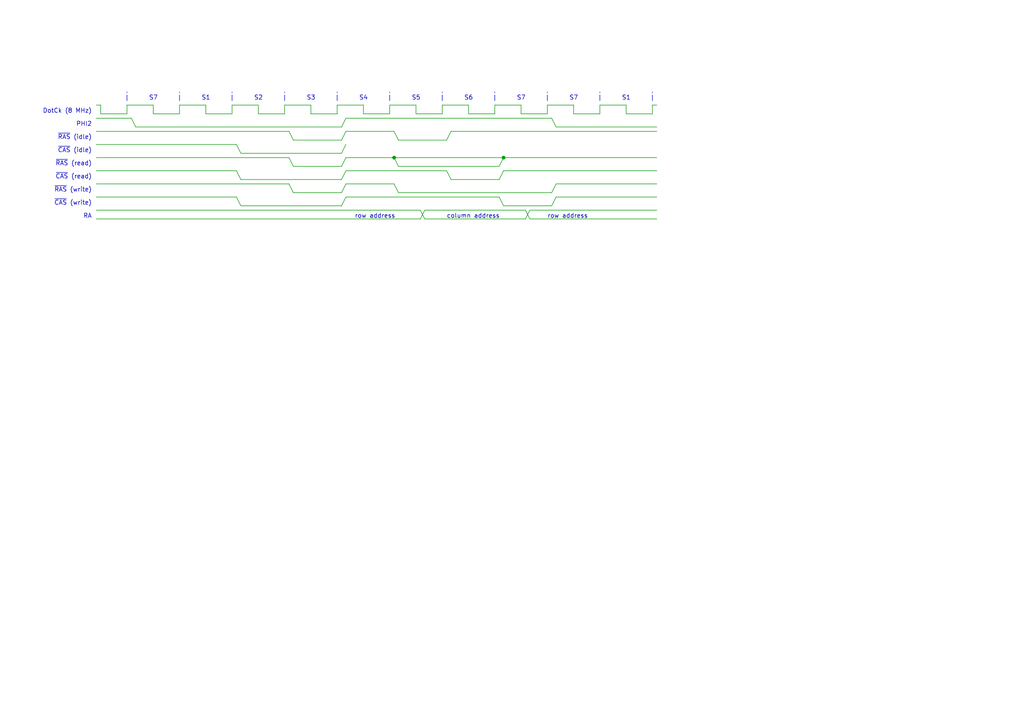
<source format=kicad_sch>
(kicad_sch (version 20211123) (generator eeschema)
  (paper "A4")
  (title_block (title "GW4301A") (date "2021-05-02") (rev "1.2") (company "Garrett's Workshop"))
  (lib_symbols)
  (junction (at 146.05 45.72))
  (junction (at 114.3 45.72))
  (wire (pts (xy 158.75 30.48) (xy 166.37 30.48)))
  (wire (pts (xy 97.79 30.48) (xy 105.41 30.48)))
  (wire (pts (xy 27.94 60.96) (xy 121.92 60.96)))
  (polyline (pts (xy 113.03 29.21) (xy 113.03 26.67)))
  (wire (pts (xy 68.58 41.91) (xy 69.85 44.45)))
  (wire (pts (xy 69.85 44.45) (xy 99.06 44.45)))
  (polyline (pts (xy 52.07 29.21) (xy 52.07 26.67)))
  (wire (pts (xy 160.02 55.88) (xy 161.29 53.34)))
  (wire (pts (xy 129.54 49.53) (xy 130.81 52.07)))
  (wire (pts (xy 121.92 60.96) (xy 123.19 63.5)))
  (wire (pts (xy 113.03 30.48) (xy 120.65 30.48)))
  (wire (pts (xy 144.78 48.26) (xy 146.05 45.72)))
  (wire (pts (xy 130.81 52.07) (xy 144.78 52.07)))
  (wire (pts (xy 151.13 30.48) (xy 151.13 33.02)))
  (wire (pts (xy 160.02 59.69) (xy 161.29 57.15)))
  (wire (pts (xy 74.93 33.02) (xy 82.55 33.02)))
  (wire (pts (xy 83.82 38.1) (xy 85.09 40.64)))
  (wire (pts (xy 100.33 49.53) (xy 129.54 49.53)))
  (wire (pts (xy 161.29 53.34) (xy 190.5 53.34)))
  (wire (pts (xy 100.33 53.34) (xy 114.3 53.34)))
  (wire (pts (xy 173.99 33.02) (xy 173.99 30.48)))
  (wire (pts (xy 29.21 30.48) (xy 27.94 30.48)))
  (wire (pts (xy 99.06 52.07) (xy 100.33 49.53)))
  (wire (pts (xy 129.54 40.64) (xy 130.81 38.1)))
  (wire (pts (xy 181.61 30.48) (xy 181.61 33.02)))
  (wire (pts (xy 128.27 30.48) (xy 135.89 30.48)))
  (polyline (pts (xy 158.75 29.21) (xy 158.75 26.67)))
  (wire (pts (xy 85.09 48.26) (xy 99.06 48.26)))
  (polyline (pts (xy 189.23 29.21) (xy 189.23 26.67)))
  (wire (pts (xy 173.99 30.48) (xy 181.61 30.48)))
  (wire (pts (xy 100.33 34.29) (xy 160.02 34.29)))
  (wire (pts (xy 152.4 63.5) (xy 153.67 60.96)))
  (polyline (pts (xy 173.99 29.21) (xy 173.99 26.67)))
  (wire (pts (xy 158.75 33.02) (xy 158.75 30.48)))
  (wire (pts (xy 85.09 40.64) (xy 99.06 40.64)))
  (wire (pts (xy 115.57 40.64) (xy 129.54 40.64)))
  (wire (pts (xy 152.4 60.96) (xy 153.67 63.5)))
  (wire (pts (xy 153.67 60.96) (xy 190.5 60.96)))
  (wire (pts (xy 68.58 57.15) (xy 69.85 59.69)))
  (wire (pts (xy 90.17 33.02) (xy 97.79 33.02)))
  (wire (pts (xy 166.37 30.48) (xy 166.37 33.02)))
  (wire (pts (xy 144.78 52.07) (xy 146.05 49.53)))
  (wire (pts (xy 27.94 45.72) (xy 83.82 45.72)))
  (wire (pts (xy 27.94 38.1) (xy 83.82 38.1)))
  (wire (pts (xy 100.33 38.1) (xy 114.3 38.1)))
  (wire (pts (xy 144.78 57.15) (xy 146.05 59.69)))
  (polyline (pts (xy 82.55 29.21) (xy 82.55 26.67)))
  (wire (pts (xy 146.05 59.69) (xy 160.02 59.69)))
  (wire (pts (xy 90.17 30.48) (xy 90.17 33.02)))
  (wire (pts (xy 114.3 45.72) (xy 146.05 45.72)))
  (wire (pts (xy 69.85 59.69) (xy 99.06 59.69)))
  (wire (pts (xy 99.06 40.64) (xy 100.33 38.1)))
  (wire (pts (xy 82.55 30.48) (xy 90.17 30.48)))
  (wire (pts (xy 160.02 34.29) (xy 161.29 36.83)))
  (wire (pts (xy 100.33 45.72) (xy 114.3 45.72)))
  (wire (pts (xy 97.79 33.02) (xy 97.79 30.48)))
  (wire (pts (xy 68.58 49.53) (xy 69.85 52.07)))
  (wire (pts (xy 27.94 53.34) (xy 83.82 53.34)))
  (wire (pts (xy 99.06 36.83) (xy 100.33 34.29)))
  (wire (pts (xy 105.41 33.02) (xy 113.03 33.02)))
  (wire (pts (xy 27.94 63.5) (xy 121.92 63.5)))
  (wire (pts (xy 83.82 53.34) (xy 85.09 55.88)))
  (wire (pts (xy 120.65 33.02) (xy 128.27 33.02)))
  (wire (pts (xy 100.33 57.15) (xy 144.78 57.15)))
  (wire (pts (xy 83.82 45.72) (xy 85.09 48.26)))
  (polyline (pts (xy 97.79 29.21) (xy 97.79 26.67)))
  (wire (pts (xy 151.13 33.02) (xy 158.75 33.02)))
  (wire (pts (xy 114.3 45.72) (xy 115.57 48.26)))
  (wire (pts (xy 161.29 57.15) (xy 190.5 57.15)))
  (wire (pts (xy 113.03 33.02) (xy 113.03 30.48)))
  (wire (pts (xy 67.31 30.48) (xy 74.93 30.48)))
  (wire (pts (xy 114.3 38.1) (xy 115.57 40.64)))
  (wire (pts (xy 29.21 33.02) (xy 36.83 33.02)))
  (wire (pts (xy 130.81 38.1) (xy 190.5 38.1)))
  (wire (pts (xy 69.85 52.07) (xy 99.06 52.07)))
  (wire (pts (xy 161.29 36.83) (xy 190.5 36.83)))
  (wire (pts (xy 52.07 33.02) (xy 52.07 30.48)))
  (wire (pts (xy 27.94 57.15) (xy 68.58 57.15)))
  (wire (pts (xy 36.83 30.48) (xy 44.45 30.48)))
  (wire (pts (xy 27.94 49.53) (xy 68.58 49.53)))
  (wire (pts (xy 146.05 45.72) (xy 190.5 45.72)))
  (wire (pts (xy 59.69 30.48) (xy 59.69 33.02)))
  (wire (pts (xy 85.09 55.88) (xy 99.06 55.88)))
  (wire (pts (xy 59.69 33.02) (xy 67.31 33.02)))
  (wire (pts (xy 189.23 33.02) (xy 189.23 30.48)))
  (wire (pts (xy 36.83 33.02) (xy 36.83 30.48)))
  (wire (pts (xy 38.1 34.29) (xy 39.37 36.83)))
  (wire (pts (xy 181.61 33.02) (xy 189.23 33.02)))
  (wire (pts (xy 128.27 33.02) (xy 128.27 30.48)))
  (wire (pts (xy 99.06 48.26) (xy 100.33 45.72)))
  (wire (pts (xy 99.06 55.88) (xy 100.33 53.34)))
  (wire (pts (xy 27.94 34.29) (xy 38.1 34.29)))
  (wire (pts (xy 115.57 48.26) (xy 144.78 48.26)))
  (wire (pts (xy 121.92 63.5) (xy 123.19 60.96)))
  (wire (pts (xy 29.21 33.02) (xy 29.21 30.48)))
  (wire (pts (xy 27.94 41.91) (xy 68.58 41.91)))
  (wire (pts (xy 166.37 33.02) (xy 173.99 33.02)))
  (wire (pts (xy 39.37 36.83) (xy 99.06 36.83)))
  (polyline (pts (xy 36.83 29.21) (xy 36.83 26.67)))
  (wire (pts (xy 123.19 60.96) (xy 152.4 60.96)))
  (wire (pts (xy 115.57 55.88) (xy 160.02 55.88)))
  (wire (pts (xy 120.65 30.48) (xy 120.65 33.02)))
  (wire (pts (xy 74.93 30.48) (xy 74.93 33.02)))
  (wire (pts (xy 189.23 30.48) (xy 190.5 30.48)))
  (wire (pts (xy 67.31 33.02) (xy 67.31 30.48)))
  (wire (pts (xy 52.07 30.48) (xy 59.69 30.48)))
  (polyline (pts (xy 143.51 29.21) (xy 143.51 26.67)))
  (wire (pts (xy 153.67 63.5) (xy 190.5 63.5)))
  (wire (pts (xy 114.3 53.34) (xy 115.57 55.88)))
  (polyline (pts (xy 128.27 29.21) (xy 128.27 26.67)))
  (wire (pts (xy 135.89 30.48) (xy 135.89 33.02)))
  (wire (pts (xy 82.55 33.02) (xy 82.55 30.48)))
  (wire (pts (xy 105.41 30.48) (xy 105.41 33.02)))
  (wire (pts (xy 44.45 33.02) (xy 52.07 33.02)))
  (wire (pts (xy 44.45 33.02) (xy 44.45 30.48)))
  (wire (pts (xy 135.89 33.02) (xy 143.51 33.02)))
  (wire (pts (xy 123.19 63.5) (xy 152.4 63.5)))
  (polyline (pts (xy 67.31 29.21) (xy 67.31 26.67)))
  (wire (pts (xy 99.06 44.45) (xy 100.33 41.91)))
  (wire (pts (xy 143.51 30.48) (xy 151.13 30.48)))
  (wire (pts (xy 143.51 33.02) (xy 143.51 30.48)))
  (wire (pts (xy 99.06 59.69) (xy 100.33 57.15)))
  (wire (pts (xy 146.05 49.53) (xy 190.5 49.53)))
  (text "~{RAS} (idle)" (at 26.67 40.64 180) (effects (font (size 1.27 1.27)) (justify right bottom)))
  (text "DotCk (8 MHz)" (at 26.67 33.02 180) (effects (font (size 1.27 1.27)) (justify right bottom)))
  (text "S7" (at 43.18 29.21 0) (effects (font (size 1.27 1.27)) (justify left bottom)))
  (text "~{CAS} (idle)" (at 26.67 44.45 180) (effects (font (size 1.27 1.27)) (justify right bottom)))
  (text "~{RAS} (write)" (at 26.67 55.88 180) (effects (font (size 1.27 1.27)) (justify right bottom)))
  (text "column address" (at 129.54 63.5 0) (effects (font (size 1.27 1.27)) (justify left bottom)))
  (text "row address" (at 102.87 63.5 0) (effects (font (size 1.27 1.27)) (justify left bottom)))
  (text "S7" (at 149.86 29.21 0) (effects (font (size 1.27 1.27)) (justify left bottom)))
  (text "S7" (at 165.1 29.21 0) (effects (font (size 1.27 1.27)) (justify left bottom)))
  (text "~{CAS} (read)" (at 26.67 52.07 180) (effects (font (size 1.27 1.27)) (justify right bottom)))
  (text "S6" (at 134.62 29.21 0) (effects (font (size 1.27 1.27)) (justify left bottom)))
  (text "~{CAS} (write)" (at 26.67 59.69 180) (effects (font (size 1.27 1.27)) (justify right bottom)))
  (text "S5" (at 119.38 29.21 0) (effects (font (size 1.27 1.27)) (justify left bottom)))
  (text "S2" (at 73.66 29.21 0) (effects (font (size 1.27 1.27)) (justify left bottom)))
  (text "row address" (at 158.75 63.5 0) (effects (font (size 1.27 1.27)) (justify left bottom)))
  (text "PHI2" (at 26.67 36.83 180) (effects (font (size 1.27 1.27)) (justify right bottom)))
  (text "S3" (at 88.9 29.21 0) (effects (font (size 1.27 1.27)) (justify left bottom)))
  (text "RA" (at 26.67 63.5 180) (effects (font (size 1.27 1.27)) (justify right bottom)))
  (text "S1" (at 180.34 29.21 0) (effects (font (size 1.27 1.27)) (justify left bottom)))
  (text "~{RAS} (read)" (at 26.67 48.26 180) (effects (font (size 1.27 1.27)) (justify right bottom)))
  (text "S1" (at 58.42 29.21 0) (effects (font (size 1.27 1.27)) (justify left bottom)))
  (text "S4" (at 104.14 29.21 0) (effects (font (size 1.27 1.27)) (justify left bottom)))
)
</source>
